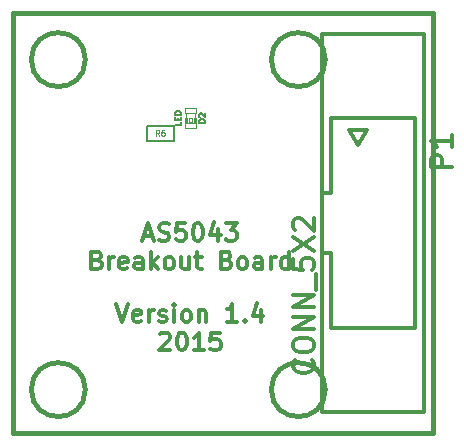
<source format=gto>
G04 #@! TF.FileFunction,Legend,Top*
%FSLAX46Y46*%
G04 Gerber Fmt 4.6, Leading zero omitted, Abs format (unit mm)*
G04 Created by KiCad (PCBNEW (2015-11-02 BZR 6290)-product) date Mon 07 Dec 2015 11:59:02 AM CET*
%MOMM*%
G01*
G04 APERTURE LIST*
%ADD10C,0.150000*%
%ADD11C,0.297180*%
%ADD12C,0.299720*%
%ADD13C,0.381000*%
%ADD14C,0.066040*%
%ADD15C,0.101600*%
%ADD16C,0.304800*%
%ADD17C,0.127000*%
%ADD18C,0.254000*%
%ADD19C,0.114300*%
G04 APERTURE END LIST*
D10*
D11*
X40464257Y-55642897D02*
X40962944Y-57138957D01*
X41461630Y-55642897D01*
X42530244Y-57067716D02*
X42387762Y-57138957D01*
X42102799Y-57138957D01*
X41960317Y-57067716D01*
X41889076Y-56925234D01*
X41889076Y-56355307D01*
X41960317Y-56212825D01*
X42102799Y-56141584D01*
X42387762Y-56141584D01*
X42530244Y-56212825D01*
X42601485Y-56355307D01*
X42601485Y-56497788D01*
X41889076Y-56640270D01*
X43242654Y-57138957D02*
X43242654Y-56141584D01*
X43242654Y-56426548D02*
X43313895Y-56284066D01*
X43385136Y-56212825D01*
X43527618Y-56141584D01*
X43670099Y-56141584D01*
X44097545Y-57067716D02*
X44240027Y-57138957D01*
X44524991Y-57138957D01*
X44667472Y-57067716D01*
X44738713Y-56925234D01*
X44738713Y-56853993D01*
X44667472Y-56711511D01*
X44524991Y-56640270D01*
X44311268Y-56640270D01*
X44168786Y-56569029D01*
X44097545Y-56426548D01*
X44097545Y-56355307D01*
X44168786Y-56212825D01*
X44311268Y-56141584D01*
X44524991Y-56141584D01*
X44667472Y-56212825D01*
X45379882Y-57138957D02*
X45379882Y-56141584D01*
X45379882Y-55642897D02*
X45308641Y-55714138D01*
X45379882Y-55785379D01*
X45451123Y-55714138D01*
X45379882Y-55642897D01*
X45379882Y-55785379D01*
X46306015Y-57138957D02*
X46163533Y-57067716D01*
X46092292Y-56996475D01*
X46021051Y-56853993D01*
X46021051Y-56426548D01*
X46092292Y-56284066D01*
X46163533Y-56212825D01*
X46306015Y-56141584D01*
X46519737Y-56141584D01*
X46662219Y-56212825D01*
X46733460Y-56284066D01*
X46804701Y-56426548D01*
X46804701Y-56853993D01*
X46733460Y-56996475D01*
X46662219Y-57067716D01*
X46519737Y-57138957D01*
X46306015Y-57138957D01*
X47445870Y-56141584D02*
X47445870Y-57138957D01*
X47445870Y-56284066D02*
X47517111Y-56212825D01*
X47659593Y-56141584D01*
X47873315Y-56141584D01*
X48015797Y-56212825D01*
X48087038Y-56355307D01*
X48087038Y-57138957D01*
X50722953Y-57138957D02*
X49868062Y-57138957D01*
X50295508Y-57138957D02*
X50295508Y-55642897D01*
X50153026Y-55856620D01*
X50010544Y-55999102D01*
X49868062Y-56070343D01*
X51364122Y-56996475D02*
X51435363Y-57067716D01*
X51364122Y-57138957D01*
X51292881Y-57067716D01*
X51364122Y-56996475D01*
X51364122Y-57138957D01*
X52717700Y-56141584D02*
X52717700Y-57138957D01*
X52361496Y-55571656D02*
X52005291Y-56640270D01*
X52931423Y-56640270D01*
X44168786Y-58177043D02*
X44240027Y-58105802D01*
X44382509Y-58034561D01*
X44738713Y-58034561D01*
X44881195Y-58105802D01*
X44952436Y-58177043D01*
X45023677Y-58319525D01*
X45023677Y-58462007D01*
X44952436Y-58675730D01*
X44097545Y-59530621D01*
X45023677Y-59530621D01*
X45949810Y-58034561D02*
X46092291Y-58034561D01*
X46234773Y-58105802D01*
X46306014Y-58177043D01*
X46377255Y-58319525D01*
X46448496Y-58604489D01*
X46448496Y-58960693D01*
X46377255Y-59245657D01*
X46306014Y-59388139D01*
X46234773Y-59459380D01*
X46092291Y-59530621D01*
X45949810Y-59530621D01*
X45807328Y-59459380D01*
X45736087Y-59388139D01*
X45664846Y-59245657D01*
X45593605Y-58960693D01*
X45593605Y-58604489D01*
X45664846Y-58319525D01*
X45736087Y-58177043D01*
X45807328Y-58105802D01*
X45949810Y-58034561D01*
X47873315Y-59530621D02*
X47018424Y-59530621D01*
X47445870Y-59530621D02*
X47445870Y-58034561D01*
X47303388Y-58248284D01*
X47160906Y-58390766D01*
X47018424Y-58462007D01*
X49226893Y-58034561D02*
X48514484Y-58034561D01*
X48443243Y-58746971D01*
X48514484Y-58675730D01*
X48656966Y-58604489D01*
X49013170Y-58604489D01*
X49155652Y-58675730D01*
X49226893Y-58746971D01*
X49298134Y-58889452D01*
X49298134Y-59245657D01*
X49226893Y-59388139D01*
X49155652Y-59459380D01*
X49013170Y-59530621D01*
X48656966Y-59530621D01*
X48514484Y-59459380D01*
X48443243Y-59388139D01*
D12*
X42815208Y-49849701D02*
X43527617Y-49849701D01*
X42672726Y-50277147D02*
X43171413Y-48781087D01*
X43670099Y-50277147D01*
X44097545Y-50205906D02*
X44311268Y-50277147D01*
X44667472Y-50277147D01*
X44809954Y-50205906D01*
X44881195Y-50134665D01*
X44952436Y-49992183D01*
X44952436Y-49849701D01*
X44881195Y-49707219D01*
X44809954Y-49635978D01*
X44667472Y-49564738D01*
X44382509Y-49493497D01*
X44240027Y-49422256D01*
X44168786Y-49351015D01*
X44097545Y-49208533D01*
X44097545Y-49066051D01*
X44168786Y-48923569D01*
X44240027Y-48852328D01*
X44382509Y-48781087D01*
X44738713Y-48781087D01*
X44952436Y-48852328D01*
X46306014Y-48781087D02*
X45593605Y-48781087D01*
X45522364Y-49493497D01*
X45593605Y-49422256D01*
X45736087Y-49351015D01*
X46092291Y-49351015D01*
X46234773Y-49422256D01*
X46306014Y-49493497D01*
X46377255Y-49635978D01*
X46377255Y-49992183D01*
X46306014Y-50134665D01*
X46234773Y-50205906D01*
X46092291Y-50277147D01*
X45736087Y-50277147D01*
X45593605Y-50205906D01*
X45522364Y-50134665D01*
X47303388Y-48781087D02*
X47445869Y-48781087D01*
X47588351Y-48852328D01*
X47659592Y-48923569D01*
X47730833Y-49066051D01*
X47802074Y-49351015D01*
X47802074Y-49707219D01*
X47730833Y-49992183D01*
X47659592Y-50134665D01*
X47588351Y-50205906D01*
X47445869Y-50277147D01*
X47303388Y-50277147D01*
X47160906Y-50205906D01*
X47089665Y-50134665D01*
X47018424Y-49992183D01*
X46947183Y-49707219D01*
X46947183Y-49351015D01*
X47018424Y-49066051D01*
X47089665Y-48923569D01*
X47160906Y-48852328D01*
X47303388Y-48781087D01*
X49084411Y-49279774D02*
X49084411Y-50277147D01*
X48728207Y-48709846D02*
X48372002Y-49778460D01*
X49298134Y-49778460D01*
X49725580Y-48781087D02*
X50651712Y-48781087D01*
X50153026Y-49351015D01*
X50366748Y-49351015D01*
X50509230Y-49422256D01*
X50580471Y-49493497D01*
X50651712Y-49635978D01*
X50651712Y-49992183D01*
X50580471Y-50134665D01*
X50509230Y-50205906D01*
X50366748Y-50277147D01*
X49939303Y-50277147D01*
X49796821Y-50205906D01*
X49725580Y-50134665D01*
X38861336Y-51887701D02*
X39075059Y-51958942D01*
X39146300Y-52030182D01*
X39217541Y-52172664D01*
X39217541Y-52386387D01*
X39146300Y-52528869D01*
X39075059Y-52600110D01*
X38932577Y-52671351D01*
X38362650Y-52671351D01*
X38362650Y-51175291D01*
X38861336Y-51175291D01*
X39003818Y-51246532D01*
X39075059Y-51317773D01*
X39146300Y-51460255D01*
X39146300Y-51602737D01*
X39075059Y-51745219D01*
X39003818Y-51816460D01*
X38861336Y-51887701D01*
X38362650Y-51887701D01*
X39858710Y-52671351D02*
X39858710Y-51673978D01*
X39858710Y-51958942D02*
X39929951Y-51816460D01*
X40001192Y-51745219D01*
X40143674Y-51673978D01*
X40286155Y-51673978D01*
X41354769Y-52600110D02*
X41212287Y-52671351D01*
X40927324Y-52671351D01*
X40784842Y-52600110D01*
X40713601Y-52457628D01*
X40713601Y-51887701D01*
X40784842Y-51745219D01*
X40927324Y-51673978D01*
X41212287Y-51673978D01*
X41354769Y-51745219D01*
X41426010Y-51887701D01*
X41426010Y-52030182D01*
X40713601Y-52172664D01*
X42708347Y-52671351D02*
X42708347Y-51887701D01*
X42637106Y-51745219D01*
X42494624Y-51673978D01*
X42209661Y-51673978D01*
X42067179Y-51745219D01*
X42708347Y-52600110D02*
X42565865Y-52671351D01*
X42209661Y-52671351D01*
X42067179Y-52600110D01*
X41995938Y-52457628D01*
X41995938Y-52315146D01*
X42067179Y-52172664D01*
X42209661Y-52101423D01*
X42565865Y-52101423D01*
X42708347Y-52030182D01*
X43420757Y-52671351D02*
X43420757Y-51175291D01*
X43563239Y-52101423D02*
X43990684Y-52671351D01*
X43990684Y-51673978D02*
X43420757Y-52243905D01*
X44845576Y-52671351D02*
X44703094Y-52600110D01*
X44631853Y-52528869D01*
X44560612Y-52386387D01*
X44560612Y-51958942D01*
X44631853Y-51816460D01*
X44703094Y-51745219D01*
X44845576Y-51673978D01*
X45059298Y-51673978D01*
X45201780Y-51745219D01*
X45273021Y-51816460D01*
X45344262Y-51958942D01*
X45344262Y-52386387D01*
X45273021Y-52528869D01*
X45201780Y-52600110D01*
X45059298Y-52671351D01*
X44845576Y-52671351D01*
X46626599Y-51673978D02*
X46626599Y-52671351D01*
X45985431Y-51673978D02*
X45985431Y-52457628D01*
X46056672Y-52600110D01*
X46199154Y-52671351D01*
X46412876Y-52671351D01*
X46555358Y-52600110D01*
X46626599Y-52528869D01*
X47125286Y-51673978D02*
X47695214Y-51673978D01*
X47339009Y-51175291D02*
X47339009Y-52457628D01*
X47410250Y-52600110D01*
X47552732Y-52671351D01*
X47695214Y-52671351D01*
X49832441Y-51887701D02*
X50046164Y-51958942D01*
X50117405Y-52030182D01*
X50188646Y-52172664D01*
X50188646Y-52386387D01*
X50117405Y-52528869D01*
X50046164Y-52600110D01*
X49903682Y-52671351D01*
X49333755Y-52671351D01*
X49333755Y-51175291D01*
X49832441Y-51175291D01*
X49974923Y-51246532D01*
X50046164Y-51317773D01*
X50117405Y-51460255D01*
X50117405Y-51602737D01*
X50046164Y-51745219D01*
X49974923Y-51816460D01*
X49832441Y-51887701D01*
X49333755Y-51887701D01*
X51043538Y-52671351D02*
X50901056Y-52600110D01*
X50829815Y-52528869D01*
X50758574Y-52386387D01*
X50758574Y-51958942D01*
X50829815Y-51816460D01*
X50901056Y-51745219D01*
X51043538Y-51673978D01*
X51257260Y-51673978D01*
X51399742Y-51745219D01*
X51470983Y-51816460D01*
X51542224Y-51958942D01*
X51542224Y-52386387D01*
X51470983Y-52528869D01*
X51399742Y-52600110D01*
X51257260Y-52671351D01*
X51043538Y-52671351D01*
X52824561Y-52671351D02*
X52824561Y-51887701D01*
X52753320Y-51745219D01*
X52610838Y-51673978D01*
X52325875Y-51673978D01*
X52183393Y-51745219D01*
X52824561Y-52600110D02*
X52682079Y-52671351D01*
X52325875Y-52671351D01*
X52183393Y-52600110D01*
X52112152Y-52457628D01*
X52112152Y-52315146D01*
X52183393Y-52172664D01*
X52325875Y-52101423D01*
X52682079Y-52101423D01*
X52824561Y-52030182D01*
X53536971Y-52671351D02*
X53536971Y-51673978D01*
X53536971Y-51958942D02*
X53608212Y-51816460D01*
X53679453Y-51745219D01*
X53821935Y-51673978D01*
X53964416Y-51673978D01*
X55104271Y-52671351D02*
X55104271Y-51175291D01*
X55104271Y-52600110D02*
X54961789Y-52671351D01*
X54676826Y-52671351D01*
X54534344Y-52600110D01*
X54463103Y-52528869D01*
X54391862Y-52386387D01*
X54391862Y-51958942D01*
X54463103Y-51816460D01*
X54534344Y-51745219D01*
X54676826Y-51673978D01*
X54961789Y-51673978D01*
X55104271Y-51745219D01*
D13*
X31750000Y-66548000D02*
X31750000Y-30988000D01*
X67310000Y-30988000D02*
X31750000Y-30988000D01*
X67310000Y-66548000D02*
X67310000Y-30988000D01*
X31750000Y-66548000D02*
X67310000Y-66548000D01*
X58166000Y-34925000D02*
G75*
G03X58166000Y-34925000I-2286000J0D01*
G01*
X37846000Y-34925000D02*
G75*
G03X37846000Y-34925000I-2286000J0D01*
G01*
X58166000Y-62865000D02*
G75*
G03X58166000Y-62865000I-2286000J0D01*
G01*
X37846000Y-62865000D02*
G75*
G03X37846000Y-62865000I-2286000J0D01*
G01*
D14*
X47183040Y-40327580D02*
X46283880Y-40327580D01*
X46283880Y-40327580D02*
X46283880Y-40726360D01*
X47183040Y-40726360D02*
X46283880Y-40726360D01*
X47183040Y-40327580D02*
X47183040Y-40726360D01*
X47183040Y-39029640D02*
X46283880Y-39029640D01*
X46283880Y-39029640D02*
X46283880Y-39428420D01*
X47183040Y-39428420D02*
X46283880Y-39428420D01*
X47183040Y-39029640D02*
X47183040Y-39428420D01*
X47183040Y-39878000D02*
X47033180Y-39878000D01*
X47033180Y-39878000D02*
X47033180Y-40177720D01*
X47183040Y-40177720D02*
X47033180Y-40177720D01*
X47183040Y-39878000D02*
X47183040Y-40177720D01*
X46433740Y-39878000D02*
X46283880Y-39878000D01*
X46283880Y-39878000D02*
X46283880Y-40177720D01*
X46433740Y-40177720D02*
X46283880Y-40177720D01*
X46433740Y-39878000D02*
X46433740Y-40177720D01*
X46883320Y-39878000D02*
X46583600Y-39878000D01*
X46583600Y-39878000D02*
X46583600Y-40177720D01*
X46883320Y-40177720D02*
X46583600Y-40177720D01*
X46883320Y-39878000D02*
X46883320Y-40177720D01*
D15*
X47132240Y-40327580D02*
X47132240Y-39428420D01*
X46334680Y-40327580D02*
X46334680Y-39428420D01*
D16*
X66545460Y-64770000D02*
X57909460Y-64770000D01*
X57909460Y-64770000D02*
X57909460Y-32766000D01*
X66545460Y-32766000D02*
X66545460Y-64770000D01*
X58671460Y-39878000D02*
X65783460Y-39878000D01*
X58671460Y-57658000D02*
X65783460Y-57658000D01*
X57909460Y-46228000D02*
X58671460Y-46228000D01*
X58671460Y-46228000D02*
X58671460Y-39878000D01*
X65783460Y-39878000D02*
X65783460Y-57658000D01*
X58671460Y-57658000D02*
X58671460Y-51308000D01*
X58671460Y-51308000D02*
X57909460Y-51308000D01*
X57909460Y-32766000D02*
X66545460Y-32766000D01*
X60957460Y-42164000D02*
X61719460Y-40894000D01*
X61719460Y-40894000D02*
X60195460Y-40894000D01*
X60195460Y-40894000D02*
X60957460Y-42164000D01*
D17*
X45339000Y-41783000D02*
X43053000Y-41783000D01*
X43053000Y-41783000D02*
X43053000Y-40513000D01*
X43053000Y-40513000D02*
X45339000Y-40513000D01*
X45339000Y-40513000D02*
X45339000Y-41783000D01*
D18*
D17*
X47979270Y-40252953D02*
X47471270Y-40252953D01*
X47471270Y-40132000D01*
X47495460Y-40059429D01*
X47543841Y-40011048D01*
X47592222Y-39986857D01*
X47688984Y-39962667D01*
X47761555Y-39962667D01*
X47858317Y-39986857D01*
X47906698Y-40011048D01*
X47955079Y-40059429D01*
X47979270Y-40132000D01*
X47979270Y-40252953D01*
X47519650Y-39769143D02*
X47495460Y-39744953D01*
X47471270Y-39696572D01*
X47471270Y-39575619D01*
X47495460Y-39527238D01*
X47519650Y-39503048D01*
X47568031Y-39478857D01*
X47616412Y-39478857D01*
X47688984Y-39503048D01*
X47979270Y-39793334D01*
X47979270Y-39478857D01*
X45947270Y-40204571D02*
X45947270Y-40446476D01*
X45439270Y-40446476D01*
X45681174Y-40035238D02*
X45681174Y-39865904D01*
X45947270Y-39793333D02*
X45947270Y-40035238D01*
X45439270Y-40035238D01*
X45439270Y-39793333D01*
X45947270Y-39575619D02*
X45439270Y-39575619D01*
X45439270Y-39454666D01*
X45463460Y-39382095D01*
X45511841Y-39333714D01*
X45560222Y-39309523D01*
X45656984Y-39285333D01*
X45729555Y-39285333D01*
X45826317Y-39309523D01*
X45874698Y-39333714D01*
X45923079Y-39382095D01*
X45947270Y-39454666D01*
X45947270Y-39575619D01*
D16*
X68873793Y-43984333D02*
X67095793Y-43984333D01*
X67095793Y-43306999D01*
X67180460Y-43137666D01*
X67265127Y-43052999D01*
X67434460Y-42968333D01*
X67688460Y-42968333D01*
X67857793Y-43052999D01*
X67942460Y-43137666D01*
X68027127Y-43306999D01*
X68027127Y-43984333D01*
X68873793Y-41274999D02*
X68873793Y-42290999D01*
X68873793Y-41782999D02*
X67095793Y-41782999D01*
X67349793Y-41952333D01*
X67519127Y-42121666D01*
X67603793Y-42290999D01*
X57020460Y-60325000D02*
X57105127Y-60409666D01*
X57189793Y-60663666D01*
X57189793Y-60833000D01*
X57105127Y-61087000D01*
X56935793Y-61256333D01*
X56766460Y-61341000D01*
X56427793Y-61425666D01*
X56173793Y-61425666D01*
X55835127Y-61341000D01*
X55665793Y-61256333D01*
X55496460Y-61087000D01*
X55411793Y-60833000D01*
X55411793Y-60663666D01*
X55496460Y-60409666D01*
X55581127Y-60325000D01*
X55411793Y-59224333D02*
X55411793Y-58885666D01*
X55496460Y-58716333D01*
X55665793Y-58547000D01*
X56004460Y-58462333D01*
X56597127Y-58462333D01*
X56935793Y-58547000D01*
X57105127Y-58716333D01*
X57189793Y-58885666D01*
X57189793Y-59224333D01*
X57105127Y-59393666D01*
X56935793Y-59563000D01*
X56597127Y-59647666D01*
X56004460Y-59647666D01*
X55665793Y-59563000D01*
X55496460Y-59393666D01*
X55411793Y-59224333D01*
X57189793Y-57700333D02*
X55411793Y-57700333D01*
X57189793Y-56684333D01*
X55411793Y-56684333D01*
X57189793Y-55837666D02*
X55411793Y-55837666D01*
X57189793Y-54821666D01*
X55411793Y-54821666D01*
X57359127Y-54398332D02*
X57359127Y-53043665D01*
X55411793Y-51773665D02*
X55411793Y-52620332D01*
X56258460Y-52704998D01*
X56173793Y-52620332D01*
X56089127Y-52450998D01*
X56089127Y-52027665D01*
X56173793Y-51858332D01*
X56258460Y-51773665D01*
X56427793Y-51688998D01*
X56851127Y-51688998D01*
X57020460Y-51773665D01*
X57105127Y-51858332D01*
X57189793Y-52027665D01*
X57189793Y-52450998D01*
X57105127Y-52620332D01*
X57020460Y-52704998D01*
X55411793Y-51096332D02*
X57189793Y-49910999D01*
X55411793Y-49910999D02*
X57189793Y-51096332D01*
X55581127Y-49318332D02*
X55496460Y-49233666D01*
X55411793Y-49064332D01*
X55411793Y-48640999D01*
X55496460Y-48471666D01*
X55581127Y-48386999D01*
X55750460Y-48302332D01*
X55919793Y-48302332D01*
X56173793Y-48386999D01*
X57189793Y-49402999D01*
X57189793Y-48302332D01*
D19*
X44119800Y-41377810D02*
X43967400Y-41135905D01*
X43858543Y-41377810D02*
X43858543Y-40869810D01*
X44032715Y-40869810D01*
X44076257Y-40894000D01*
X44098029Y-40918190D01*
X44119800Y-40966571D01*
X44119800Y-41039143D01*
X44098029Y-41087524D01*
X44076257Y-41111714D01*
X44032715Y-41135905D01*
X43858543Y-41135905D01*
X44511686Y-40869810D02*
X44424600Y-40869810D01*
X44381057Y-40894000D01*
X44359286Y-40918190D01*
X44315743Y-40990762D01*
X44293972Y-41087524D01*
X44293972Y-41281048D01*
X44315743Y-41329429D01*
X44337515Y-41353619D01*
X44381057Y-41377810D01*
X44468143Y-41377810D01*
X44511686Y-41353619D01*
X44533457Y-41329429D01*
X44555229Y-41281048D01*
X44555229Y-41160095D01*
X44533457Y-41111714D01*
X44511686Y-41087524D01*
X44468143Y-41063333D01*
X44381057Y-41063333D01*
X44337515Y-41087524D01*
X44315743Y-41111714D01*
X44293972Y-41160095D01*
M02*

</source>
